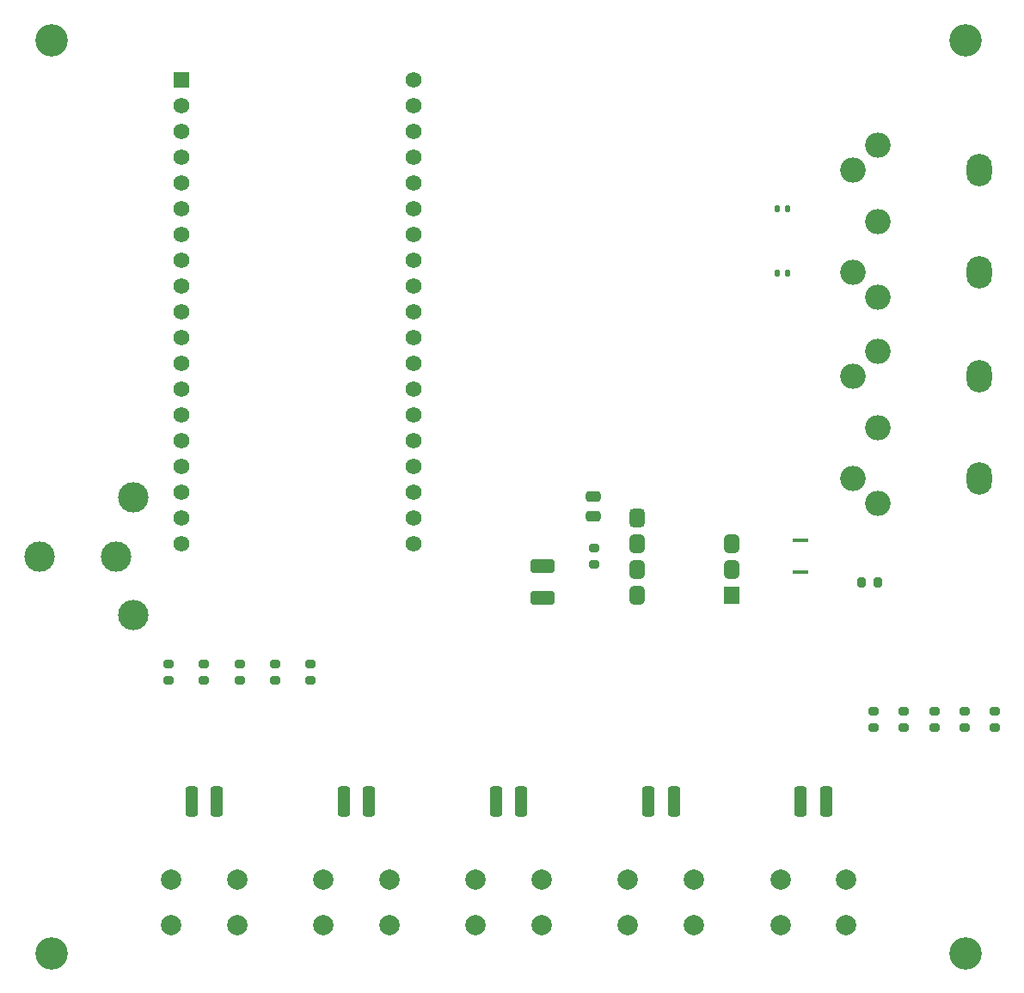
<source format=gbr>
%TF.GenerationSoftware,KiCad,Pcbnew,7.0.2-6a45011f42~172~ubuntu22.04.1*%
%TF.CreationDate,2023-05-17T15:22:17+02:00*%
%TF.ProjectId,midi,6d696469-2e6b-4696-9361-645f70636258,rev?*%
%TF.SameCoordinates,Original*%
%TF.FileFunction,Soldermask,Top*%
%TF.FilePolarity,Negative*%
%FSLAX46Y46*%
G04 Gerber Fmt 4.6, Leading zero omitted, Abs format (unit mm)*
G04 Created by KiCad (PCBNEW 7.0.2-6a45011f42~172~ubuntu22.04.1) date 2023-05-17 15:22:17*
%MOMM*%
%LPD*%
G01*
G04 APERTURE LIST*
G04 Aperture macros list*
%AMRoundRect*
0 Rectangle with rounded corners*
0 $1 Rounding radius*
0 $2 $3 $4 $5 $6 $7 $8 $9 X,Y pos of 4 corners*
0 Add a 4 corners polygon primitive as box body*
4,1,4,$2,$3,$4,$5,$6,$7,$8,$9,$2,$3,0*
0 Add four circle primitives for the rounded corners*
1,1,$1+$1,$2,$3*
1,1,$1+$1,$4,$5*
1,1,$1+$1,$6,$7*
1,1,$1+$1,$8,$9*
0 Add four rect primitives between the rounded corners*
20,1,$1+$1,$2,$3,$4,$5,0*
20,1,$1+$1,$4,$5,$6,$7,0*
20,1,$1+$1,$6,$7,$8,$9,0*
20,1,$1+$1,$8,$9,$2,$3,0*%
G04 Aperture macros list end*
%ADD10RoundRect,0.300000X0.300000X1.200000X-0.300000X1.200000X-0.300000X-1.200000X0.300000X-1.200000X0*%
%ADD11C,2.000000*%
%ADD12R,1.560000X1.560000*%
%ADD13C,1.560000*%
%ADD14RoundRect,0.100000X-0.650000X0.100000X-0.650000X-0.100000X0.650000X-0.100000X0.650000X0.100000X0*%
%ADD15C,3.200000*%
%ADD16RoundRect,0.135000X-0.135000X-0.185000X0.135000X-0.185000X0.135000X0.185000X-0.135000X0.185000X0*%
%ADD17R,1.520000X1.780000*%
%ADD18RoundRect,0.380000X-0.380000X-0.510000X0.380000X-0.510000X0.380000X0.510000X-0.380000X0.510000X0*%
%ADD19RoundRect,0.380000X-0.380000X-0.520000X0.380000X-0.520000X0.380000X0.520000X-0.380000X0.520000X0*%
%ADD20O,2.500000X2.500000*%
%ADD21O,2.500000X3.200000*%
%ADD22RoundRect,0.200000X0.200000X0.275000X-0.200000X0.275000X-0.200000X-0.275000X0.200000X-0.275000X0*%
%ADD23RoundRect,0.200000X-0.275000X0.200000X-0.275000X-0.200000X0.275000X-0.200000X0.275000X0.200000X0*%
%ADD24RoundRect,0.135000X0.135000X0.185000X-0.135000X0.185000X-0.135000X-0.185000X0.135000X-0.185000X0*%
%ADD25RoundRect,0.200000X0.275000X-0.200000X0.275000X0.200000X-0.275000X0.200000X-0.275000X-0.200000X0*%
%ADD26RoundRect,0.250000X0.475000X-0.250000X0.475000X0.250000X-0.475000X0.250000X-0.475000X-0.250000X0*%
%ADD27RoundRect,0.250000X-0.925000X0.412500X-0.925000X-0.412500X0.925000X-0.412500X0.925000X0.412500X0*%
%ADD28C,3.000000*%
%ADD29O,3.000000X3.000000*%
G04 APERTURE END LIST*
D10*
%TO.C,LED2*%
X33750000Y-80020000D03*
X36250000Y-80010000D03*
%TD*%
D11*
%TO.C,SW5*%
X76750000Y-92250000D03*
X83250000Y-92250000D03*
X76750000Y-87750000D03*
X83250000Y-87750000D03*
%TD*%
D12*
%TO.C,U1*%
X17780000Y-8890000D03*
D13*
X17780000Y-11430000D03*
X17780000Y-13970000D03*
X17780000Y-16510000D03*
X17780000Y-19050000D03*
X17780000Y-21590000D03*
X17780000Y-24130000D03*
X17780000Y-26670000D03*
X17780000Y-29210000D03*
X17780000Y-31750000D03*
X17780000Y-34290000D03*
X17780000Y-36830000D03*
X17780000Y-39370000D03*
X17780000Y-41910000D03*
X17780000Y-44450000D03*
X17780000Y-46990000D03*
X17780000Y-49530000D03*
X17780000Y-52070000D03*
X17780000Y-54610000D03*
X40640000Y-8890000D03*
X40640000Y-11430000D03*
X40640000Y-13970000D03*
X40640000Y-16510000D03*
X40640000Y-19050000D03*
X40640000Y-21590000D03*
X40640000Y-24130000D03*
X40640000Y-26670000D03*
X40640000Y-29210000D03*
X40640000Y-31750000D03*
X40640000Y-34290000D03*
X40640000Y-36830000D03*
X40640000Y-39370000D03*
X40640000Y-41910000D03*
X40640000Y-44450000D03*
X40640000Y-46990000D03*
X40640000Y-49530000D03*
X40640000Y-52070000D03*
X40640000Y-54610000D03*
%TD*%
D14*
%TO.C,D1*%
X78740000Y-54330000D03*
X78740000Y-57430000D03*
%TD*%
D15*
%TO.C,H2*%
X5000000Y-5000000D03*
%TD*%
D16*
%TO.C,R14*%
X76450000Y-27940000D03*
X77470000Y-27940000D03*
%TD*%
D11*
%TO.C,SW2*%
X31750000Y-92250000D03*
X38250000Y-92250000D03*
X31750000Y-87750000D03*
X38250000Y-87750000D03*
%TD*%
D17*
%TO.C,O1*%
X71945000Y-59690000D03*
D18*
X71945000Y-57150000D03*
X71945000Y-54610000D03*
D19*
X62675000Y-52070000D03*
D18*
X62675000Y-54610000D03*
X62675000Y-57150000D03*
X62675000Y-59690000D03*
%TD*%
D20*
%TO.C,M1*%
X86360000Y-35680000D03*
D21*
X96360000Y-48180000D03*
D20*
X86360000Y-43180000D03*
D21*
X96360000Y-38180000D03*
D20*
X86360000Y-50680000D03*
X83860000Y-38180000D03*
X83860000Y-48180000D03*
%TD*%
D22*
%TO.C,R1*%
X86360000Y-58420000D03*
X84710000Y-58420000D03*
%TD*%
D11*
%TO.C,SW4*%
X61750000Y-92250000D03*
X68250000Y-92250000D03*
X61750000Y-87750000D03*
X68250000Y-87750000D03*
%TD*%
D10*
%TO.C,LED1*%
X18750000Y-80020000D03*
X21250000Y-80010000D03*
%TD*%
D23*
%TO.C,R8*%
X16510000Y-66485000D03*
X16510000Y-68135000D03*
%TD*%
%TO.C,R12*%
X30510000Y-66485000D03*
X30510000Y-68135000D03*
%TD*%
D24*
%TO.C,R13*%
X77470000Y-21590000D03*
X76450000Y-21590000D03*
%TD*%
D10*
%TO.C,LED3*%
X48750000Y-80020000D03*
X51250000Y-80010000D03*
%TD*%
D25*
%TO.C,R2*%
X58420000Y-56705000D03*
X58420000Y-55055000D03*
%TD*%
D11*
%TO.C,SW3*%
X46750000Y-92250000D03*
X53250000Y-92250000D03*
X46750000Y-87750000D03*
X53250000Y-87750000D03*
%TD*%
D23*
%TO.C,R10*%
X23510000Y-66485000D03*
X23510000Y-68135000D03*
%TD*%
D10*
%TO.C,LED4*%
X63750000Y-80020000D03*
X66250000Y-80010000D03*
%TD*%
D20*
%TO.C,J1*%
X86360000Y-15360000D03*
D21*
X96360000Y-27860000D03*
D20*
X86360000Y-22860000D03*
D21*
X96360000Y-17860000D03*
D20*
X86360000Y-30360000D03*
X83860000Y-17860000D03*
X83860000Y-27860000D03*
%TD*%
D23*
%TO.C,R3*%
X97900000Y-71120000D03*
X97900000Y-72770000D03*
%TD*%
%TO.C,R4*%
X94900000Y-71120000D03*
X94900000Y-72770000D03*
%TD*%
D15*
%TO.C,H4*%
X95000000Y-95000000D03*
%TD*%
D23*
%TO.C,R9*%
X20010000Y-66485000D03*
X20010000Y-68135000D03*
%TD*%
%TO.C,R5*%
X91900000Y-71120000D03*
X91900000Y-72770000D03*
%TD*%
D26*
%TO.C,15pF1*%
X58370000Y-51930000D03*
X58370000Y-50030000D03*
%TD*%
D27*
%TO.C,C1*%
X53340000Y-56882500D03*
X53340000Y-59957500D03*
%TD*%
D11*
%TO.C,SW1*%
X16750000Y-92250000D03*
X23250000Y-92250000D03*
X16750000Y-87750000D03*
X23250000Y-87750000D03*
%TD*%
D15*
%TO.C,H3*%
X5000000Y-95000000D03*
%TD*%
D23*
%TO.C,R11*%
X27010000Y-66485000D03*
X27010000Y-68135000D03*
%TD*%
%TO.C,R7*%
X85900000Y-71120000D03*
X85900000Y-72770000D03*
%TD*%
D15*
%TO.C,H1*%
X95000000Y-5000000D03*
%TD*%
D28*
%TO.C,P1*%
X11310000Y-55880000D03*
X13010000Y-50080000D03*
X3810000Y-55880000D03*
D29*
X13010000Y-61680000D03*
%TD*%
D23*
%TO.C,R6*%
X88900000Y-71120000D03*
X88900000Y-72770000D03*
%TD*%
D10*
%TO.C,LED5*%
X78750000Y-80020000D03*
X81250000Y-80010000D03*
%TD*%
M02*

</source>
